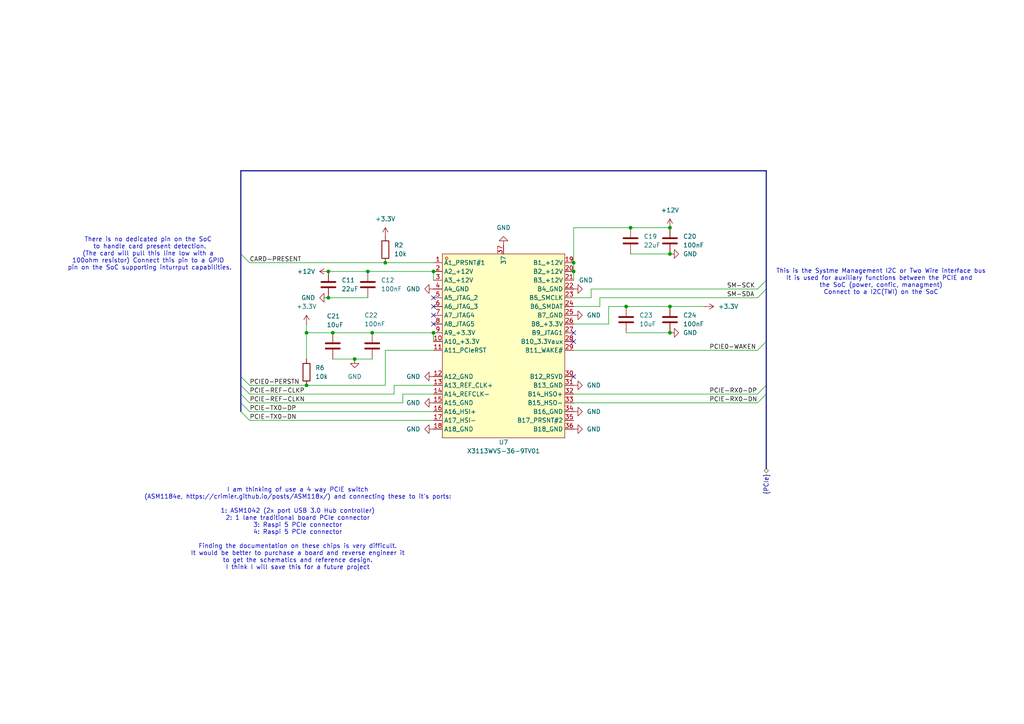
<source format=kicad_sch>
(kicad_sch (version 20250114) (generator "eeschema") (generator_version "9.0")
  (paper "A4")
  (title_block (date "2025-02-20") (rev "V0.1") (company "Matthew Spotten"))
  (lib_symbols
    (symbol "Device:C" (pin_numbers (hide yes)) (pin_names (offset 0.254))
      (property "Reference" "C" (at 0.635 2.54 0))
      (property "Value" "C" (at 0.635 -2.54 0))
      (symbol "C_0_1"
        (polyline (pts (xy -2.032 0.762) (xy 2.032 0.762)) (stroke (width 0.508)))
        (polyline (pts (xy -2.032 -0.762) (xy 2.032 -0.762)) (stroke (width 0.508)))
      )
      (symbol "C_1_1"
        (pin passive line (at 0 3.81 270) (length 2.794) (name "~") (number "1"))
        (pin passive line (at 0 -3.81 90) (length 2.794) (name "~") (number "2"))
      )
    )
    (symbol "Device:R" (pin_numbers (hide yes)) (pin_names (offset 0))
      (property "Reference" "R" (at 2.032 0 90))
      (property "Value" "R" (at 0 0 90))
      (symbol "R_0_1"
        (rectangle (start -1.016 -2.54) (end 1.016 2.54) (stroke (width 0.254)))
      )
      (symbol "R_1_1"
        (pin passive line (at 0 3.81 270) (length 1.27) (name "~") (number "1"))
        (pin passive line (at 0 -3.81 90) (length 1.27) (name "~") (number "2"))
      )
    )
    (symbol "easyeda2kicad:X3113WVS-36-9TV01"
      (property "Reference" "U7" (at 0 -27.94 0))
      (property "Value" "X3113WVS-36-9TV01" (at 0 -30.48 0))
      (symbol "X3113WVS-36-9TV01_0_1"
        (rectangle (start -17.78 26.67) (end 17.78 -26.67) (fill (type background)))
        (circle (center -16.51 25.4) (radius 0.38))
        (pin unspecified line (at 0 29.21 270) (length 2.54) (name "37") (number "37"))
      )
      (symbol "X3113WVS-36-9TV01_1_1"
        (pin unspecified line (at -20.32 24.13 0) (length 2.54) (name "A1_PRSNT#1") (number "1"))
        (pin unspecified line (at -20.32 21.59 0) (length 2.54) (name "A2_+12V") (number "2"))
        (pin unspecified line (at -20.32 19.05 0) (length 2.54) (name "A3_+12V") (number "3"))
        (pin unspecified line (at -20.32 16.51 0) (length 2.54) (name "A4_GND") (number "4"))
        (pin unspecified line (at -20.32 13.97 0) (length 2.54) (name "A5_JTAG_2") (number "5"))
        (pin unspecified line (at -20.32 11.43 0) (length 2.54) (name "A6_JTAG_3") (number "6"))
        (pin unspecified line (at -20.32 8.89 0) (length 2.54) (name "A7_JTAG4") (number "7"))
        (pin unspecified line (at -20.32 6.35 0) (length 2.54) (name "A8_JTAG5") (number "8"))
        (pin unspecified line (at -20.32 3.81 0) (length 2.54) (name "A9_+3.3V") (number "9"))
        (pin unspecified line (at -20.32 1.27 0) (length 2.54) (name "A10_+3.3V") (number "10"))
        (pin unspecified line (at -20.32 -1.27 0) (length 2.54) (name "A11_PCIeRST") (number "11"))
        (pin unspecified line (at -20.32 -8.89 0) (length 2.54) (name "A12_GND") (number "12"))
        (pin unspecified line (at -20.32 -11.43 0) (length 2.54) (name "A13_REF_CLK+") (number "13"))
        (pin unspecified line (at -20.32 -13.97 0) (length 2.54) (name "A14_REFCLK-") (number "14"))
        (pin unspecified line (at -20.32 -16.51 0) (length 2.54) (name "A15_GND") (number "15"))
        (pin unspecified line (at -20.32 -19.05 0) (length 2.54) (name "A16_HSI+") (number "16"))
        (pin unspecified line (at -20.32 -21.59 0) (length 2.54) (name "A17_HSI-") (number "17"))
        (pin unspecified line (at -20.32 -24.13 0) (length 2.54) (name "A18_GND") (number "18"))
        (pin unspecified line (at 20.32 24.13 180) (length 2.54) (name "B1_+12V") (number "19"))
        (pin unspecified line (at 20.32 21.59 180) (length 2.54) (name "B2_+12V") (number "20"))
        (pin unspecified line (at 20.32 19.05 180) (length 2.54) (name "B3_+12V") (number "21"))
        (pin unspecified line (at 20.32 16.51 180) (length 2.54) (name "B4_GND") (number "22"))
        (pin unspecified line (at 20.32 13.97 180) (length 2.54) (name "B5_SMCLK") (number "23"))
        (pin unspecified line (at 20.32 11.43 180) (length 2.54) (name "B6_SMDAT") (number "24"))
        (pin unspecified line (at 20.32 8.89 180) (length 2.54) (name "B7_GND") (number "25"))
        (pin unspecified line (at 20.32 6.35 180) (length 2.54) (name "B8_+3.3V") (number "26"))
        (pin unspecified line (at 20.32 3.81 180) (length 2.54) (name "B9_JTAG1") (number "27"))
        (pin unspecified line (at 20.32 1.27 180) (length 2.54) (name "B10_3.3Vaux") (number "28"))
        (pin unspecified line (at 20.32 -1.27 180) (length 2.54) (name "B11_WAKE#") (number "29"))
        (pin unspecified line (at 20.32 -8.89 180) (length 2.54) (name "B12_RSVD") (number "30"))
        (pin unspecified line (at 20.32 -11.43 180) (length 2.54) (name "B13_GND") (number "31"))
        (pin unspecified line (at 20.32 -13.97 180) (length 2.54) (name "B14_HSO+") (number "32"))
        (pin unspecified line (at 20.32 -16.51 180) (length 2.54) (name "B15_HSO-") (number "33"))
        (pin unspecified line (at 20.32 -19.05 180) (length 2.54) (name "B16_GND") (number "34"))
        (pin unspecified line (at 20.32 -21.59 180) (length 2.54) (name "B17_PRSNT#2") (number "35"))
        (pin unspecified line (at 20.32 -24.13 180) (length 2.54) (name "B18_GND") (number "36"))
      )
    )
    (symbol "power:+12V" (power) (pin_numbers (hide yes)) (pin_names (offset 0) (hide yes))
      (property "Value" "+12V" (at 0 3.556 0))
      (symbol "+12V_0_1"
        (polyline (pts (xy -0.762 1.27) (xy 0 2.54)))
        (polyline (pts (xy 0 2.54) (xy 0.762 1.27)))
        (polyline (pts (xy 0 0) (xy 0 2.54)))
      )
      (symbol "+12V_1_1"
        (pin power_in line (at 0 0 90) (length 0) (name "~") (number "1"))
      )
    )
    (symbol "power:+3.3V" (power) (pin_numbers (hide yes)) (pin_names (offset 0) (hide yes))
      (property "Value" "+3.3V" (at 0 3.556 0))
      (symbol "+3.3V_0_1"
        (polyline (pts (xy -0.762 1.27) (xy 0 2.54)))
        (polyline (pts (xy 0 2.54) (xy 0.762 1.27)))
        (polyline (pts (xy 0 0) (xy 0 2.54)))
      )
      (symbol "+3.3V_1_1"
        (pin power_in line (at 0 0 90) (length 0) (name "~") (number "1"))
      )
    )
    (symbol "power:GND" (power) (pin_numbers (hide yes)) (pin_names (offset 0) (hide yes))
      (property "Value" "GND" (at 0 -3.81 0))
      (symbol "GND_0_1"
        (polyline (pts (xy 0 0) (xy 0 -1.27) (xy 1.27 -1.27) (xy 0 -2.54) (xy -1.27 -1.27) (xy 0 -1.27)))
      )
      (symbol "GND_1_1"
        (pin power_in line (at 0 0 270) (length 0) (name "~") (number "1"))
      )
    )
  )
  (bus_alias "PCIe" (members "PCIE0-PERSTN" "PCIE0-WAKEN " "PCIE0-CLKREQN " "PCIE-REF-CLKP " "PCIE-REF-CLKN " "PCIE-RX0-DP" "PCIE-RX0-DN" "PCIE-TX0-DP" "PCIE-TX0-DN" "CARD-PRESENT" "SM-SCK" "SM-SDA"))
  (text "There is no dedicated pin on the SoC \nto handle card present detection.\n(The card will pull this line low with a \n100ohm resistor) Connect this pin to a GPIO \npin on the SoC supporting inturrput capabilities.\n" (at 43.434 73.66 0) (effects (font (size 1.27 1.27))))
  (text "This is the Systme Management I2C or Two Wire interface bus\nIt is used for auxiliary functions between the PCIE and \nthe SoC (power, confic, managment)\nConnect to a I2C(TWI) on the SoC" (at 255.524 81.788 0) (effects (font (size 1.27 1.27))))
  (text "I am thinking of use a 4 way PCIE switch\n(ASM1184e, https://crimier.github.io/posts/ASM118x/) and connecting these to it's ports:\n\n1: ASM1042 (2x port USB 3.0 Hub controller)\n2: 1 lane traditional board PCIe connector\n3: Raspi 5 PCIe connector\n4: Raspi 5 PCIe connector\n\nFinding the documentation on these chips is very difficult.\nIt would be better to purchase a board and reverse engineer it\nto get the schematics and reference design.\nI think I will save this for a future project" (at 86.36 153.416 0) (effects (font (size 1.27 1.27))))
  (junction (at 95.25 86.36))
  (junction (at 181.61 88.9))
  (junction (at 88.9 111.76))
  (junction (at 96.52 96.52))
  (junction (at 182.88 66.04))
  (junction (at 166.37 76.2))
  (junction (at 106.68 78.74))
  (junction (at 194.31 88.9))
  (junction (at 95.25 78.74))
  (junction (at 102.87 104.14))
  (junction (at 166.37 78.74))
  (junction (at 125.73 96.52))
  (junction (at 194.31 66.04))
  (junction (at 194.31 73.66))
  (junction (at 107.95 96.52))
  (junction (at 111.76 76.2))
  (junction (at 194.31 96.52))
  (junction (at 88.9 96.52))
  (junction (at 125.73 78.74))
  (no_connect (at 166.37 109.22))
  (no_connect (at 125.73 86.36))
  (no_connect (at 166.37 96.52))
  (no_connect (at 125.73 88.9))
  (no_connect (at 125.73 93.98))
  (no_connect (at 125.73 91.44))
  (no_connect (at 166.37 99.06))
  (bus_entry (at 69.85 73.66) (size 2.54 2.54))
  (bus_entry (at 69.85 111.76) (size 2.54 2.54))
  (bus_entry (at 69.85 114.3) (size 2.54 2.54))
  (bus_entry (at 222.25 83.82) (size -2.54 2.54))
  (bus_entry (at 222.25 81.28) (size -2.54 2.54))
  (bus_entry (at 222.25 111.76) (size -2.54 2.54))
  (bus_entry (at 69.85 116.84) (size 2.54 2.54))
  (bus_entry (at 69.85 109.22) (size 2.54 2.54))
  (bus_entry (at 222.25 114.3) (size -2.54 2.54))
  (bus_entry (at 222.25 99.06) (size -2.54 2.54))
  (bus_entry (at 69.85 119.38) (size 2.54 2.54))
  (wire (pts (xy 171.45 83.82) (xy 171.45 86.36)))
  (bus (pts (xy 69.85 73.66) (xy 69.85 109.22)))
  (wire (pts (xy 171.45 86.36) (xy 166.37 86.36)))
  (wire (pts (xy 166.37 93.98) (xy 176.53 93.98)))
  (wire (pts (xy 95.25 78.74) (xy 106.68 78.74)))
  (wire (pts (xy 166.37 101.6) (xy 219.71 101.6)))
  (wire (pts (xy 166.37 88.9) (xy 173.99 88.9)))
  (wire (pts (xy 72.39 111.76) (xy 88.9 111.76)))
  (wire (pts (xy 88.9 96.52) (xy 96.52 96.52)))
  (wire (pts (xy 116.84 114.3) (xy 125.73 114.3)))
  (wire (pts (xy 182.88 66.04) (xy 194.31 66.04)))
  (wire (pts (xy 111.76 101.6) (xy 125.73 101.6)))
  (wire (pts (xy 88.9 96.52) (xy 88.9 104.14)))
  (bus (pts (xy 222.25 49.53) (xy 222.25 81.28)))
  (wire (pts (xy 106.68 78.74) (xy 125.73 78.74)))
  (wire (pts (xy 96.52 104.14) (xy 102.87 104.14)))
  (bus (pts (xy 222.25 83.82) (xy 222.25 99.06)))
  (bus (pts (xy 69.85 116.84) (xy 69.85 119.38)))
  (bus (pts (xy 69.85 49.53) (xy 222.25 49.53)))
  (wire (pts (xy 219.71 86.36) (xy 173.99 86.36)))
  (wire (pts (xy 88.9 111.76) (xy 111.76 111.76)))
  (wire (pts (xy 72.39 116.84) (xy 116.84 116.84)))
  (bus (pts (xy 69.85 114.3) (xy 69.85 116.84)))
  (wire (pts (xy 111.76 111.76) (xy 111.76 101.6)))
  (wire (pts (xy 96.52 96.52) (xy 107.95 96.52)))
  (wire (pts (xy 171.45 83.82) (xy 219.71 83.82)))
  (wire (pts (xy 181.61 88.9) (xy 194.31 88.9)))
  (wire (pts (xy 194.31 88.9) (xy 204.47 88.9)))
  (wire (pts (xy 125.73 96.52) (xy 125.73 99.06)))
  (wire (pts (xy 102.87 104.14) (xy 107.95 104.14)))
  (bus (pts (xy 69.85 111.76) (xy 69.85 114.3)))
  (wire (pts (xy 176.53 88.9) (xy 176.53 93.98)))
  (wire (pts (xy 176.53 88.9) (xy 181.61 88.9)))
  (wire (pts (xy 111.76 76.2) (xy 125.73 76.2)))
  (wire (pts (xy 107.95 96.52) (xy 125.73 96.52)))
  (wire (pts (xy 72.39 121.92) (xy 125.73 121.92)))
  (wire (pts (xy 166.37 76.2) (xy 166.37 78.74)))
  (wire (pts (xy 173.99 86.36) (xy 173.99 88.9)))
  (bus (pts (xy 222.25 111.76) (xy 222.25 114.3)))
  (wire (pts (xy 125.73 78.74) (xy 125.73 81.28)))
  (wire (pts (xy 166.37 78.74) (xy 166.37 81.28)))
  (wire (pts (xy 114.3 114.3) (xy 114.3 111.76)))
  (wire (pts (xy 88.9 93.98) (xy 88.9 96.52)))
  (wire (pts (xy 72.39 114.3) (xy 114.3 114.3)))
  (wire (pts (xy 114.3 111.76) (xy 125.73 111.76)))
  (wire (pts (xy 166.37 114.3) (xy 219.71 114.3)))
  (bus (pts (xy 69.85 49.53) (xy 69.85 73.66)))
  (wire (pts (xy 181.61 96.52) (xy 194.31 96.52)))
  (wire (pts (xy 72.39 76.2) (xy 111.76 76.2)))
  (bus (pts (xy 222.25 81.28) (xy 222.25 83.82)))
  (wire (pts (xy 166.37 116.84) (xy 219.71 116.84)))
  (bus (pts (xy 222.25 99.06) (xy 222.25 111.76)))
  (wire (pts (xy 72.39 119.38) (xy 125.73 119.38)))
  (wire (pts (xy 95.25 86.36) (xy 106.68 86.36)))
  (wire (pts (xy 182.88 73.66) (xy 194.31 73.66)))
  (bus (pts (xy 69.85 109.22) (xy 69.85 111.76)))
  (wire (pts (xy 116.84 116.84) (xy 116.84 114.3)))
  (bus (pts (xy 222.25 114.3) (xy 222.25 135.89)))
  (wire (pts (xy 166.37 66.04) (xy 182.88 66.04)))
  (wire (pts (xy 166.37 66.04) (xy 166.37 76.2)))
  (label "PCIE0-WAKEN " (at 205.74 101.6 0))
  (label "SM-SDA" (at 210.82 86.36 0))
  (label "PCIE-RX0-DN" (at 205.74 116.84 0))
  (label "SM-SCK" (at 210.82 83.82 0))
  (label "PCIE-TX0-DP" (at 72.39 119.38 0))
  (label "PCIE-REF-CLKN " (at 72.39 116.84 0))
  (label "CARD-PRESENT" (at 72.39 76.2 0))
  (label "PCIE0-PERSTN" (at 72.39 111.76 0))
  (label "PCIE-REF-CLKP " (at 72.39 114.3 0))
  (label "PCIE-RX0-DP" (at 205.74 114.3 0))
  (label "PCIE-TX0-DN" (at 72.39 121.92 0))
  (hierarchical_label "{PCIe}" (shape bidirectional) (at 222.25 135.89 270))
  (symbol (lib_id "Device:R") (at 111.76 72.39 0) (unit 1)
    (property "Reference" "R2" (at 114.3 71.1199 0) (effects (justify left)))
    (property "Value" "10k" (at 114.3 73.6599 0) (effects (justify left)))
    (property "Description" "Resistor" (effects (hide yes)))
  )
  (symbol (lib_id "power:GND") (at 194.31 96.52 90) (unit 1)
    (property "Reference" "#PWR033" (effects (hide yes)))
    (property "Value" "GND" (at 198.12 96.5199 90) (effects (justify right)))
    (property "Description" "Power symbol creates a global label with name \"GND\" , ground" (effects (hide yes)))
  )
  (symbol (lib_id "power:+3.3V") (at 88.9 93.98 0) (unit 1)
    (property "Reference" "#PWR032" (effects (hide yes)))
    (property "Value" "+3.3V" (at 88.9 88.9 0))
    (property "Description" "Power symbol creates a global label with name \"+3.3V\"" (effects (hide yes)))
  )
  (symbol (lib_id "power:GND") (at 166.37 91.44 90) (unit 1)
    (property "Reference" "#PWR044" (effects (hide yes)))
    (property "Value" "GND" (at 170.18 91.4399 90) (effects (justify right)))
    (property "Description" "Power symbol creates a global label with name \"GND\" , ground" (effects (hide yes)))
  )
  (symbol (lib_id "Device:R") (at 88.9 107.95 0) (unit 1)
    (property "Reference" "R6" (at 91.44 106.6799 0) (effects (justify left)))
    (property "Value" "10k" (at 91.44 109.2199 0) (effects (justify left)))
    (property "Description" "Resistor" (effects (hide yes)))
  )
  (symbol (lib_id "power:+3.3V") (at 111.76 68.58 0) (unit 1)
    (property "Reference" "#PWR029" (effects (hide yes)))
    (property "Value" "+3.3V" (at 111.76 63.5 0))
    (property "Description" "Power symbol creates a global label with name \"+3.3V\"" (effects (hide yes)))
  )
  (symbol (lib_id "Device:C") (at 107.95 100.33 0) (unit 1)
    (property "Reference" "C22" (at 105.664 91.44 0) (effects (justify left)))
    (property "Value" "100nF" (at 105.664 93.98 0) (effects (justify left)))
    (property "Description" "Unpolarized capacitor" (effects (hide yes)))
  )
  (symbol (lib_id "power:+12V") (at 95.25 78.74 90) (unit 1)
    (property "Reference" "#PWR025" (effects (hide yes)))
    (property "Value" "+12V" (at 91.44 78.7399 90) (effects (justify left)))
    (property "Description" "Power symbol creates a global label with name \"+12V\"" (effects (hide yes)))
  )
  (symbol (lib_id "Device:C") (at 95.25 82.55 0) (unit 1)
    (property "Reference" "C11" (at 99.06 81.2799 0) (effects (justify left)))
    (property "Value" "22uF" (at 99.06 83.8199 0) (effects (justify left)))
    (property "Description" "Unpolarized capacitor" (effects (hide yes)))
  )
  (symbol (lib_id "power:GND") (at 125.73 109.22 270) (unit 1)
    (property "Reference" "#PWR039" (effects (hide yes)))
    (property "Value" "GND" (at 121.92 109.2199 90) (effects (justify right)))
    (property "Description" "Power symbol creates a global label with name \"GND\" , ground" (effects (hide yes)))
  )
  (symbol (lib_id "easyeda2kicad:X3113WVS-36-9TV01") (at 146.05 100.33 0) (unit 1)
    (property "Reference" "U7" (at 146.05 128.27 0))
    (property "Value" "X3113WVS-36-9TV01" (at 146.05 130.81 0))
    (property "Footprint" "easyeda2kicad:CONN-SMD_X3113WVS-36-9TV01" (effects (hide yes)))
    (property "LCSC Part" "C5711223" (effects (hide yes)))
  )
  (symbol (lib_id "Device:C") (at 106.68 82.55 0) (unit 1)
    (property "Reference" "C12" (at 110.49 81.2799 0) (effects (justify left)))
    (property "Value" "100nF" (at 110.49 83.8199 0) (effects (justify left)))
    (property "Description" "Unpolarized capacitor" (effects (hide yes)))
  )
  (symbol (lib_id "power:GND") (at 166.37 119.38 90) (unit 1)
    (property "Reference" "#PWR042" (effects (hide yes)))
    (property "Value" "GND" (at 170.18 119.3799 90) (effects (justify right)))
    (property "Description" "Power symbol creates a global label with name \"GND\" , ground" (effects (hide yes)))
  )
  (symbol (lib_id "Device:C") (at 182.88 69.85 0) (unit 1)
    (property "Reference" "C19" (at 186.69 68.5799 0) (effects (justify left)))
    (property "Value" "22uF" (at 186.69 71.1199 0) (effects (justify left)))
    (property "Description" "Unpolarized capacitor" (effects (hide yes)))
  )
  (symbol (lib_id "power:GND") (at 125.73 116.84 270) (unit 1)
    (property "Reference" "#PWR028" (effects (hide yes)))
    (property "Value" "GND" (at 121.92 116.8399 90) (effects (justify right)))
    (property "Description" "Power symbol creates a global label with name \"GND\" , ground" (effects (hide yes)))
  )
  (symbol (lib_id "power:GND") (at 125.73 124.46 270) (unit 1)
    (property "Reference" "#PWR040" (effects (hide yes)))
    (property "Value" "GND" (at 121.92 124.4599 90) (effects (justify right)))
    (property "Description" "Power symbol creates a global label with name \"GND\" , ground" (effects (hide yes)))
  )
  (symbol (lib_id "power:GND") (at 95.25 86.36 270) (unit 1)
    (property "Reference" "#PWR030" (effects (hide yes)))
    (property "Value" "GND" (at 91.44 86.3599 90) (effects (justify right)))
    (property "Description" "Power symbol creates a global label with name \"GND\" , ground" (effects (hide yes)))
  )
  (symbol (lib_id "power:GND") (at 166.37 111.76 90) (unit 1)
    (property "Reference" "#PWR043" (effects (hide yes)))
    (property "Value" "GND" (at 170.18 111.7599 90) (effects (justify right)))
    (property "Description" "Power symbol creates a global label with name \"GND\" , ground" (effects (hide yes)))
  )
  (symbol (lib_id "Device:C") (at 194.31 69.85 0) (unit 1)
    (property "Reference" "C20" (at 198.12 68.5799 0) (effects (justify left)))
    (property "Value" "100nF" (at 198.12 71.1199 0) (effects (justify left)))
    (property "Description" "Unpolarized capacitor" (effects (hide yes)))
  )
  (symbol (lib_id "Device:C") (at 96.52 100.33 0) (unit 1)
    (property "Reference" "C21" (at 94.742 91.694 0) (effects (justify left)))
    (property "Value" "10uF" (at 94.742 94.234 0) (effects (justify left)))
    (property "Description" "Unpolarized capacitor" (effects (hide yes)))
  )
  (symbol (lib_id "Device:C") (at 194.31 92.71 0) (unit 1)
    (property "Reference" "C24" (at 198.12 91.4399 0) (effects (justify left)))
    (property "Value" "100nF" (at 198.12 93.9799 0) (effects (justify left)))
    (property "Description" "Unpolarized capacitor" (effects (hide yes)))
  )
  (symbol (lib_id "power:GND") (at 102.87 104.14 0) (unit 1)
    (property "Reference" "#PWR027" (effects (hide yes)))
    (property "Value" "GND" (at 102.87 109.22 0))
    (property "Description" "Power symbol creates a global label with name \"GND\" , ground" (effects (hide yes)))
  )
  (symbol (lib_id "power:GND") (at 125.73 83.82 270) (unit 1)
    (property "Reference" "#PWR038" (effects (hide yes)))
    (property "Value" "GND" (at 121.92 83.8199 90) (effects (justify right)))
    (property "Description" "Power symbol creates a global label with name \"GND\" , ground" (effects (hide yes)))
  )
  (symbol (lib_id "power:GND") (at 166.37 83.82 90) (unit 1)
    (property "Reference" "#PWR045" (effects (hide yes)))
    (property "Value" "GND" (at 167.894 81.28 90) (effects (justify right)))
    (property "Description" "Power symbol creates a global label with name \"GND\" , ground" (effects (hide yes)))
  )
  (symbol (lib_id "power:GND") (at 194.31 73.66 90) (unit 1)
    (property "Reference" "#PWR031" (effects (hide yes)))
    (property "Value" "GND" (at 198.12 73.6599 90) (effects (justify right)))
    (property "Description" "Power symbol creates a global label with name \"GND\" , ground" (effects (hide yes)))
  )
  (symbol (lib_id "power:GND") (at 146.05 71.12 180) (unit 1)
    (property "Reference" "#PWR046" (effects (hide yes)))
    (property "Value" "GND" (at 146.05 66.04 0))
    (property "Description" "Power symbol creates a global label with name \"GND\" , ground" (effects (hide yes)))
  )
  (symbol (lib_id "Device:C") (at 181.61 92.71 0) (unit 1)
    (property "Reference" "C23" (at 185.42 91.4399 0) (effects (justify left)))
    (property "Value" "10uF" (at 185.42 93.9799 0) (effects (justify left)))
    (property "Description" "Unpolarized capacitor" (effects (hide yes)))
  )
  (symbol (lib_id "power:GND") (at 166.37 124.46 90) (unit 1)
    (property "Reference" "#PWR041" (effects (hide yes)))
    (property "Value" "GND" (at 170.18 124.4599 90) (effects (justify right)))
    (property "Description" "Power symbol creates a global label with name \"GND\" , ground" (effects (hide yes)))
  )
  (symbol (lib_id "power:+3.3V") (at 204.47 88.9 270) (unit 1)
    (property "Reference" "#PWR026" (effects (hide yes)))
    (property "Value" "+3.3V" (at 208.28 88.8999 90) (effects (justify left)))
    (property "Description" "Power symbol creates a global label with name \"+3.3V\"" (effects (hide yes)))
  )
  (symbol (lib_id "power:+12V") (at 194.31 66.04 0) (unit 1)
    (property "Reference" "#PWR024" (effects (hide yes)))
    (property "Value" "+12V" (at 194.31 60.96 0))
    (property "Description" "Power symbol creates a global label with name \"+12V\"" (effects (hide yes)))
  )
)
</source>
